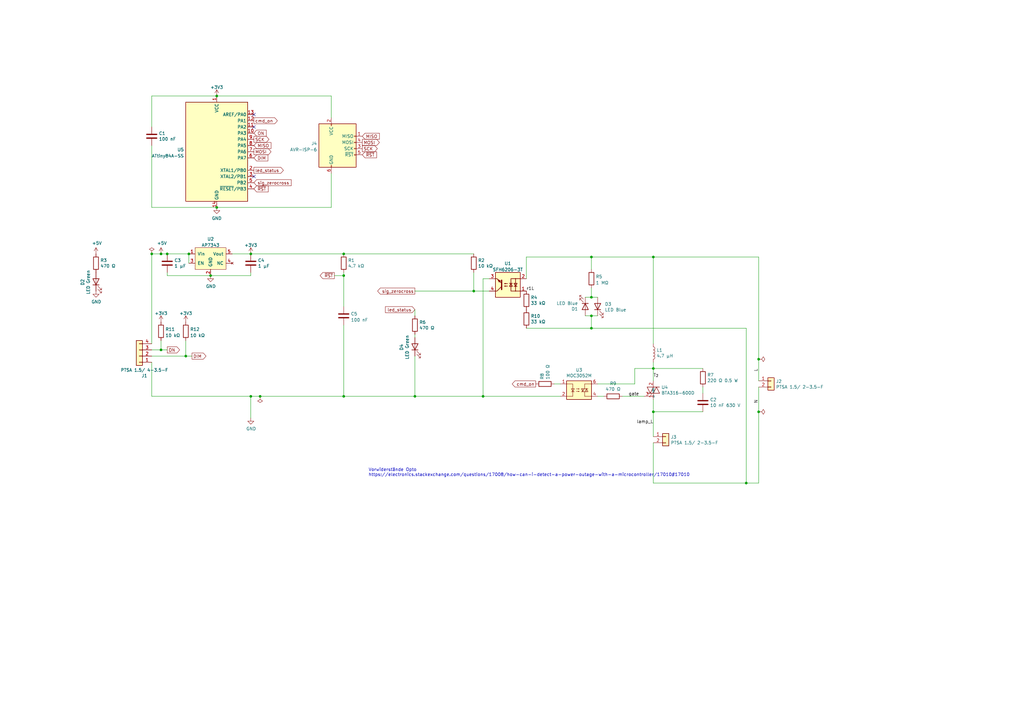
<source format=kicad_sch>
(kicad_sch (version 20230121) (generator eeschema)
  (paper "A3")
  (lib_symbols
    (symbol "Connector:AVR-ISP-6" (pin_names (offset 1.016))
      (property "Reference" "J" (at -6.35 11.43 0))
      (property "Value" "AVR-ISP-6" (at 0 11.43 0))
      (symbol "AVR-ISP-6_0_1"
        (rectangle (start -2.667 -6.858) (end -2.413 -7.62))
        (rectangle (start -2.667 10.16) (end -2.413 9.398))
        (rectangle (start 7.62 -2.413) (end 6.858 -2.667))
        (rectangle (start 7.62 0.127) (end 6.858 -0.127))
        (rectangle (start 7.62 2.667) (end 6.858 2.413))
        (rectangle (start 7.62 5.207) (end 6.858 4.953))
        (rectangle (start 7.62 10.16) (end -7.62 -7.62) (stroke (width 0.254)) (fill (type background)))
      )
      (symbol "AVR-ISP-6_1_1"
        (pin passive line (at 10.16 5.08 180) (length 2.54) (name "MISO") (number "1"))
        (pin passive line (at -2.54 12.7 270) (length 2.54) (name "VCC") (number "2"))
        (pin passive line (at 10.16 0 180) (length 2.54) (name "SCK") (number "3"))
        (pin passive line (at 10.16 2.54 180) (length 2.54) (name "MOSI") (number "4"))
        (pin passive line (at 10.16 -2.54 180) (length 2.54) (name "~{RST}") (number "5"))
        (pin passive line (at -2.54 -10.16 90) (length 2.54) (name "GND") (number "6"))
      )
    )
    (symbol "Connector_Generic:Conn_01x02" (pin_names (offset 1.016) hide)
      (property "Reference" "J" (at 0 2.54 0))
      (property "Value" "Conn_01x02" (at 0 -5.08 0))
      (symbol "Conn_01x02_1_1"
        (rectangle (start -1.27 -2.413) (end 0 -2.667) (stroke (width 0.1524)))
        (rectangle (start -1.27 0.127) (end 0 -0.127) (stroke (width 0.1524)))
        (rectangle (start -1.27 1.27) (end 1.27 -3.81) (stroke (width 0.254)) (fill (type background)))
        (pin passive line (at -5.08 0 0) (length 3.81) (name "Pin_1") (number "1"))
        (pin passive line (at -5.08 -2.54 0) (length 3.81) (name "Pin_2") (number "2"))
      )
    )
    (symbol "Connector_Generic:Conn_01x04" (pin_names (offset 1.016) hide)
      (property "Reference" "J" (at 0 5.08 0))
      (property "Value" "Conn_01x04" (at 0 -7.62 0))
      (symbol "Conn_01x04_1_1"
        (rectangle (start -1.27 -4.953) (end 0 -5.207) (stroke (width 0.1524)))
        (rectangle (start -1.27 -2.413) (end 0 -2.667) (stroke (width 0.1524)))
        (rectangle (start -1.27 0.127) (end 0 -0.127) (stroke (width 0.1524)))
        (rectangle (start -1.27 2.667) (end 0 2.413) (stroke (width 0.1524)))
        (rectangle (start -1.27 3.81) (end 1.27 -6.35) (stroke (width 0.254)) (fill (type background)))
        (pin passive line (at -5.08 2.54 0) (length 3.81) (name "Pin_1") (number "1"))
        (pin passive line (at -5.08 0 0) (length 3.81) (name "Pin_2") (number "2"))
        (pin passive line (at -5.08 -2.54 0) (length 3.81) (name "Pin_3") (number "3"))
        (pin passive line (at -5.08 -5.08 0) (length 3.81) (name "Pin_4") (number "4"))
      )
    )
    (symbol "Device:C" (pin_numbers hide) (pin_names (offset 0.254))
      (property "Reference" "C" (at 0.635 2.54 0))
      (property "Value" "C" (at 0.635 -2.54 0))
      (symbol "C_0_1"
        (polyline (pts (xy -2.032 -0.762) (xy 2.032 -0.762)) (stroke (width 0.508)))
        (polyline (pts (xy -2.032 0.762) (xy 2.032 0.762)) (stroke (width 0.508)))
      )
      (symbol "C_1_1"
        (pin passive line (at 0 3.81 270) (length 2.794) (name "~") (number "1"))
        (pin passive line (at 0 -3.81 90) (length 2.794) (name "~") (number "2"))
      )
    )
    (symbol "Device:L" (pin_numbers hide) (pin_names (offset 1.016) hide)
      (property "Reference" "L" (at -1.27 0 90))
      (property "Value" "L" (at 1.905 0 90))
      (symbol "L_0_1"
        (arc (start 0 -2.54) (mid 0.6323 -1.905) (end 0 -1.27))
        (arc (start 0 -1.27) (mid 0.6323 -0.635) (end 0 0))
        (arc (start 0 0) (mid 0.6323 0.635) (end 0 1.27))
        (arc (start 0 1.27) (mid 0.6323 1.905) (end 0 2.54))
      )
      (symbol "L_1_1"
        (pin passive line (at 0 3.81 270) (length 1.27) (name "1") (number "1"))
        (pin passive line (at 0 -3.81 90) (length 1.27) (name "2") (number "2"))
      )
    )
    (symbol "Device:LED" (pin_numbers hide) (pin_names (offset 1.016) hide)
      (property "Reference" "D" (at 0 2.54 0))
      (property "Value" "LED" (at 0 -2.54 0))
      (symbol "LED_0_1"
        (polyline (pts (xy -1.27 -1.27) (xy -1.27 1.27)) (stroke (width 0.254)))
        (polyline (pts (xy -1.27 0) (xy 1.27 0)))
        (polyline (pts (xy 1.27 -1.27) (xy 1.27 1.27) (xy -1.27 0) (xy 1.27 -1.27)) (stroke (width 0.254)))
        (polyline (pts (xy -3.048 -0.762) (xy -4.572 -2.286) (xy -3.81 -2.286) (xy -4.572 -2.286) (xy -4.572 -1.524)))
        (polyline (pts (xy -1.778 -0.762) (xy -3.302 -2.286) (xy -2.54 -2.286) (xy -3.302 -2.286) (xy -3.302 -1.524)))
      )
      (symbol "LED_1_1"
        (pin passive line (at -3.81 0 0) (length 2.54) (name "K") (number "1"))
        (pin passive line (at 3.81 0 180) (length 2.54) (name "A") (number "2"))
      )
    )
    (symbol "Device:R" (pin_numbers hide) (pin_names (offset 0))
      (property "Reference" "R" (at 2.032 0 90))
      (property "Value" "R" (at 0 0 90))
      (symbol "R_0_1"
        (rectangle (start -1.016 -2.54) (end 1.016 2.54) (stroke (width 0.254)))
      )
      (symbol "R_1_1"
        (pin passive line (at 0 3.81 270) (length 1.27) (name "~") (number "1"))
        (pin passive line (at 0 -3.81 90) (length 1.27) (name "~") (number "2"))
      )
    )
    (symbol "Geheimgang:AP7343" (pin_names (offset 1.016))
      (property "Reference" "U" (at -5.08 -7.62 0))
      (property "Value" "AP7343" (at -1.27 3.81 0))
      (symbol "AP7343_1_1"
        (rectangle (start 6.35 2.54) (end -6.35 -6.35) (fill (type background)))
        (pin power_in line (at -8.89 0 0) (length 2.54) (name "Vin") (number "1"))
        (pin power_in line (at 0 -8.89 90) (length 2.54) (name "GND") (number "2"))
        (pin input line (at -8.89 -3.81 0) (length 2.54) (name "EN") (number "3"))
        (pin no_connect line (at 8.89 -3.81 180) (length 2.54) (name "NC") (number "4"))
        (pin power_out line (at 8.89 0 180) (length 2.54) (name "Vout") (number "5"))
      )
    )
    (symbol "Geheimgang:BTA316-600D" (pin_names (offset 1.016))
      (property "Reference" "U" (at 3.81 -5.08 0))
      (property "Value" "BTA316-600D" (at 8.89 -2.54 0))
      (symbol "BTA316-600D_1_1"
        (polyline (pts (xy -2.54 -1.27) (xy 2.54 -1.27)) (stroke (width 0.2032)))
        (polyline (pts (xy -2.54 1.27) (xy 2.54 1.27)) (stroke (width 0.2032)))
        (polyline (pts (xy -1.27 -2.54) (xy -0.635 -1.27)))
        (polyline (pts (xy -2.54 1.27) (xy -1.27 -1.27) (xy 0 1.27)) (stroke (width 0.2032)))
        (polyline (pts (xy 0 -1.27) (xy 1.27 1.27) (xy 2.54 -1.27)) (stroke (width 0.2032)))
        (pin passive line (at 0 -3.81 90) (length 2.54) (name "A1") (number "1"))
        (pin passive line (at 0 3.81 270) (length 2.54) (name "A2") (number "2"))
        (pin input line (at -3.81 -2.54 0) (length 2.54) (name "G") (number "3"))
      )
    )
    (symbol "Isolator:SFH6206-3T" (pin_names (offset 1.016))
      (property "Reference" "U" (at -4.064 6.35 0))
      (property "Value" "SFH6206-3T" (at -5.334 -6.604 0))
      (symbol "SFH6206-3T_1_1"
        (rectangle (start -5.08 5.08) (end 5.08 -5.08) (stroke (width 0.254)) (fill (type background)))
        (circle (center -3.175 -2.54) (radius 0.127))
        (circle (center -3.175 2.54) (radius 0.127))
        (polyline (pts (xy -3.81 0.635) (xy -2.54 0.635)) (stroke (width 0.254)))
        (polyline (pts (xy -1.905 -0.635) (xy -0.635 -0.635)) (stroke (width 0.254)))
        (polyline (pts (xy 2.54 1.905) (xy 2.54 -1.905) (xy 2.54 -1.905)) (stroke (width 0.508)))
        (polyline (pts (xy 5.08 -2.54) (xy 4.445 -2.54) (xy 2.54 -0.635)) (stroke (width 0.254)))
        (polyline (pts (xy 5.08 2.54) (xy 4.445 2.54) (xy 2.54 0.635)) (stroke (width 0.254)))
        (polyline (pts (xy -5.08 2.54) (xy -3.175 2.54) (xy -3.175 -2.54) (xy -5.08 -2.54)) (stroke (width 0.254)))
        (polyline (pts (xy -3.175 -2.54) (xy -1.27 -2.54) (xy -1.27 2.54) (xy -3.175 2.54)) (stroke (width 0.254)))
        (polyline (pts (xy -3.175 0.635) (xy -3.81 -0.635) (xy -2.54 -0.635) (xy -3.175 0.635)) (stroke (width 0.254)))
        (polyline (pts (xy -1.27 -0.635) (xy -1.905 0.635) (xy -0.635 0.635) (xy -1.27 -0.635)) (stroke (width 0.254)))
        (polyline (pts (xy 0.127 -0.508) (xy 1.397 -0.508) (xy 1.016 -0.635) (xy 1.016 -0.381) (xy 1.397 -0.508)) (stroke (width 0.254)))
        (polyline (pts (xy 0.127 0.508) (xy 1.397 0.508) (xy 1.016 0.381) (xy 1.016 0.635) (xy 1.397 0.508)) (stroke (width 0.254)))
        (polyline (pts (xy 3.048 -1.651) (xy 3.556 -1.143) (xy 4.064 -2.159) (xy 3.048 -1.651) (xy 3.048 -1.651)) (stroke (width 0.254)) (fill (type outline)))
        (pin passive line (at -7.62 2.54 0) (length 2.54) (name "~") (number "1"))
        (pin passive line (at -7.62 -2.54 0) (length 2.54) (name "~") (number "2"))
        (pin passive line (at 7.62 -2.54 180) (length 2.54) (name "~") (number "3"))
        (pin passive line (at 7.62 2.54 180) (length 2.54) (name "~") (number "4"))
      )
    )
    (symbol "MCU_Microchip_ATtiny:ATtiny84A-SS"
      (property "Reference" "U" (at -12.7 21.59 0))
      (property "Value" "ATtiny84A-SS" (at 2.54 -21.59 0))
      (symbol "ATtiny84A-SS_0_1"
        (rectangle (start -12.7 -20.32) (end 12.7 20.32) (stroke (width 0.254)) (fill (type background)))
      )
      (symbol "ATtiny84A-SS_1_1"
        (pin power_in line (at 0 22.86 270) (length 2.54) (name "VCC") (number "1"))
        (pin bidirectional line (at 15.24 7.62 180) (length 2.54) (name "PA3") (number "10"))
        (pin bidirectional line (at 15.24 10.16 180) (length 2.54) (name "PA2") (number "11"))
        (pin bidirectional line (at 15.24 12.7 180) (length 2.54) (name "PA1") (number "12"))
        (pin bidirectional line (at 15.24 15.24 180) (length 2.54) (name "AREF/PA0") (number "13"))
        (pin power_in line (at 0 -22.86 90) (length 2.54) (name "GND") (number "14"))
        (pin bidirectional line (at 15.24 -7.62 180) (length 2.54) (name "XTAL1/PB0") (number "2"))
        (pin bidirectional line (at 15.24 -10.16 180) (length 2.54) (name "XTAL2/PB1") (number "3"))
        (pin bidirectional line (at 15.24 -15.24 180) (length 2.54) (name "~{RESET}/PB3") (number "4"))
        (pin bidirectional line (at 15.24 -12.7 180) (length 2.54) (name "PB2") (number "5"))
        (pin bidirectional line (at 15.24 -2.54 180) (length 2.54) (name "PA7") (number "6"))
        (pin bidirectional line (at 15.24 0 180) (length 2.54) (name "PA6") (number "7"))
        (pin bidirectional line (at 15.24 2.54 180) (length 2.54) (name "PA5") (number "8"))
        (pin bidirectional line (at 15.24 5.08 180) (length 2.54) (name "PA4") (number "9"))
      )
    )
    (symbol "Relay_SolidState:MOC3052M"
      (property "Reference" "U" (at -5.334 4.826 0))
      (property "Value" "MOC3052M" (at 0 5.08 0))
      (symbol "MOC3052M_0_1"
        (rectangle (start -5.08 3.81) (end 5.08 -3.81) (stroke (width 0.254)) (fill (type background)))
        (polyline (pts (xy -3.175 -0.635) (xy -1.905 -0.635)))
        (polyline (pts (xy 1.524 -0.635) (xy 1.524 0.635)))
        (polyline (pts (xy 3.048 0.635) (xy 3.048 -0.635)))
        (polyline (pts (xy 2.286 -0.635) (xy 2.286 -2.54) (xy 5.08 -2.54)))
        (polyline (pts (xy 2.286 0.635) (xy 2.286 2.54) (xy 5.08 2.54)))
        (polyline (pts (xy -5.08 2.54) (xy -2.54 2.54) (xy -2.54 -2.54) (xy -5.08 -2.54)))
        (polyline (pts (xy -2.54 -0.635) (xy -3.175 0.635) (xy -1.905 0.635) (xy -2.54 -0.635)))
        (polyline (pts (xy 0.889 -0.635) (xy 3.683 -0.635) (xy 3.048 0.635) (xy 2.413 -0.635)))
        (polyline (pts (xy 3.683 0.635) (xy 0.889 0.635) (xy 1.524 -0.635) (xy 2.159 0.635)))
        (polyline (pts (xy -1.143 -0.508) (xy 0.127 -0.508) (xy -0.254 -0.635) (xy -0.254 -0.381) (xy 0.127 -0.508)))
        (polyline (pts (xy -1.143 0.508) (xy 0.127 0.508) (xy -0.254 0.381) (xy -0.254 0.635) (xy 0.127 0.508)))
      )
      (symbol "MOC3052M_1_1"
        (pin passive line (at -7.62 2.54 0) (length 2.54) (name "~") (number "1"))
        (pin passive line (at -7.62 -2.54 0) (length 2.54) (name "~") (number "2"))
        (pin no_connect line (at -5.08 0 0) (length 2.54) hide (name "NC") (number "3"))
        (pin passive line (at 7.62 -2.54 180) (length 2.54) (name "~") (number "4"))
        (pin no_connect line (at 5.08 0 180) (length 2.54) hide (name "NC") (number "5"))
        (pin passive line (at 7.62 2.54 180) (length 2.54) (name "~") (number "6"))
      )
    )
    (symbol "power:+3V3" (power) (pin_names (offset 0))
      (property "Value" "+3V3" (at 0 3.556 0))
      (symbol "+3V3_0_1"
        (polyline (pts (xy -0.762 1.27) (xy 0 2.54)))
        (polyline (pts (xy 0 0) (xy 0 2.54)))
        (polyline (pts (xy 0 2.54) (xy 0.762 1.27)))
      )
      (symbol "+3V3_1_1"
        (pin power_in line (at 0 0 90) (length 0) hide (name "+3V3") (number "1"))
      )
    )
    (symbol "power:+5V" (power) (pin_names (offset 0))
      (property "Value" "+5V" (at 0 3.556 0))
      (symbol "+5V_0_1"
        (polyline (pts (xy -0.762 1.27) (xy 0 2.54)))
        (polyline (pts (xy 0 0) (xy 0 2.54)))
        (polyline (pts (xy 0 2.54) (xy 0.762 1.27)))
      )
      (symbol "+5V_1_1"
        (pin power_in line (at 0 0 90) (length 0) hide (name "+5V") (number "1"))
      )
    )
    (symbol "power:GND" (power) (pin_names (offset 0))
      (property "Value" "GND" (at 0 -3.81 0))
      (symbol "GND_0_1"
        (polyline (pts (xy 0 0) (xy 0 -1.27) (xy 1.27 -1.27) (xy 0 -2.54) (xy -1.27 -1.27) (xy 0 -1.27)))
      )
      (symbol "GND_1_1"
        (pin power_in line (at 0 0 270) (length 0) hide (name "GND") (number "1"))
      )
    )
    (symbol "power:PWR_FLAG" (power) (pin_numbers hide) (pin_names (offset 0) hide)
      (property "Value" "PWR_FLAG" (at 0 3.81 0))
      (symbol "PWR_FLAG_0_0"
        (pin power_out line (at 0 0 90) (length 0) (name "pwr") (number "1"))
      )
      (symbol "PWR_FLAG_0_1"
        (polyline (pts (xy 0 0) (xy 0 1.27) (xy -1.016 1.905) (xy 0 2.54) (xy 1.016 1.905) (xy 0 1.27)))
      )
    )
  )
  (junction (at 66.04 143.51))
  (junction (at 311.15 168.91))
  (junction (at 76.2 146.05))
  (junction (at 140.97 113.03))
  (junction (at 66.04 104.14))
  (junction (at 106.68 162.56))
  (junction (at 242.57 105.41))
  (junction (at 140.97 104.14))
  (junction (at 194.31 119.38))
  (junction (at 267.97 151.13))
  (junction (at 267.97 168.91))
  (junction (at 267.97 105.41))
  (junction (at 198.12 162.56))
  (junction (at 311.15 147.32))
  (junction (at 242.57 134.62))
  (junction (at 88.9 85.09))
  (junction (at 102.87 104.14))
  (junction (at 88.9 39.37))
  (junction (at 62.23 104.14))
  (junction (at 86.36 113.03))
  (junction (at 77.47 104.14))
  (junction (at 242.57 121.92))
  (junction (at 306.07 198.12))
  (junction (at 102.87 162.56))
  (junction (at 140.97 162.56))
  (junction (at 68.58 104.14))
  (junction (at 170.18 162.56))
  (junction (at 242.57 129.54))
  (no_connect (at 104.14 72.39))
  (no_connect (at 104.14 52.07))
  (no_connect (at 104.14 46.99))
  (wire (pts (xy 242.57 129.54) (xy 245.11 129.54)))
  (wire (pts (xy 62.23 39.37) (xy 88.9 39.37)))
  (wire (pts (xy 267.97 168.91) (xy 267.97 163.83)))
  (wire (pts (xy 102.87 162.56) (xy 106.68 162.56)))
  (wire (pts (xy 255.27 162.56) (xy 264.16 162.56)))
  (wire (pts (xy 194.31 111.76) (xy 194.31 119.38)))
  (wire (pts (xy 311.15 158.75) (xy 311.15 168.91)))
  (wire (pts (xy 311.15 198.12) (xy 306.07 198.12)))
  (wire (pts (xy 242.57 121.92) (xy 245.11 121.92)))
  (wire (pts (xy 227.33 157.48) (xy 229.87 157.48)))
  (wire (pts (xy 62.23 52.07) (xy 62.23 39.37)))
  (wire (pts (xy 198.12 162.56) (xy 229.87 162.56)))
  (wire (pts (xy 140.97 162.56) (xy 170.18 162.56)))
  (wire (pts (xy 62.23 104.14) (xy 62.23 140.97)))
  (wire (pts (xy 106.68 162.56) (xy 140.97 162.56)))
  (wire (pts (xy 288.29 158.75) (xy 288.29 161.29)))
  (wire (pts (xy 306.07 134.62) (xy 306.07 198.12)))
  (wire (pts (xy 135.89 39.37) (xy 135.89 48.26)))
  (wire (pts (xy 260.35 151.13) (xy 267.97 151.13)))
  (wire (pts (xy 76.2 146.05) (xy 78.74 146.05)))
  (wire (pts (xy 242.57 118.11) (xy 242.57 121.92)))
  (wire (pts (xy 215.9 105.41) (xy 215.9 114.3)))
  (wire (pts (xy 267.97 168.91) (xy 267.97 179.07)))
  (wire (pts (xy 68.58 113.03) (xy 68.58 111.76)))
  (wire (pts (xy 86.36 113.03) (xy 102.87 113.03)))
  (wire (pts (xy 62.23 85.09) (xy 88.9 85.09)))
  (wire (pts (xy 242.57 105.41) (xy 242.57 110.49)))
  (wire (pts (xy 68.58 104.14) (xy 77.47 104.14)))
  (wire (pts (xy 66.04 143.51) (xy 68.58 143.51)))
  (wire (pts (xy 267.97 140.97) (xy 267.97 105.41)))
  (wire (pts (xy 135.89 71.12) (xy 135.89 85.09)))
  (wire (pts (xy 102.87 113.03) (xy 102.87 111.76)))
  (wire (pts (xy 240.03 121.92) (xy 242.57 121.92)))
  (wire (pts (xy 311.15 105.41) (xy 311.15 147.32)))
  (wire (pts (xy 245.11 157.48) (xy 260.35 157.48)))
  (wire (pts (xy 170.18 119.38) (xy 194.31 119.38)))
  (wire (pts (xy 102.87 171.45) (xy 102.87 162.56)))
  (wire (pts (xy 76.2 139.7) (xy 76.2 146.05)))
  (wire (pts (xy 170.18 127) (xy 170.18 129.54)))
  (wire (pts (xy 267.97 156.21) (xy 267.97 151.13)))
  (wire (pts (xy 215.9 105.41) (xy 242.57 105.41)))
  (wire (pts (xy 200.66 119.38) (xy 194.31 119.38)))
  (wire (pts (xy 66.04 104.14) (xy 68.58 104.14)))
  (wire (pts (xy 215.9 134.62) (xy 242.57 134.62)))
  (wire (pts (xy 62.23 104.14) (xy 66.04 104.14)))
  (wire (pts (xy 311.15 147.32) (xy 311.15 156.21)))
  (wire (pts (xy 135.89 85.09) (xy 88.9 85.09)))
  (wire (pts (xy 260.35 157.48) (xy 260.35 151.13)))
  (wire (pts (xy 267.97 151.13) (xy 288.29 151.13)))
  (wire (pts (xy 288.29 168.91) (xy 267.97 168.91)))
  (wire (pts (xy 68.58 113.03) (xy 86.36 113.03)))
  (wire (pts (xy 311.15 168.91) (xy 311.15 198.12)))
  (wire (pts (xy 267.97 181.61) (xy 267.97 198.12)))
  (wire (pts (xy 62.23 148.59) (xy 62.23 162.56)))
  (wire (pts (xy 62.23 59.69) (xy 62.23 85.09)))
  (wire (pts (xy 200.66 114.3) (xy 198.12 114.3)))
  (wire (pts (xy 242.57 129.54) (xy 242.57 134.62)))
  (wire (pts (xy 267.97 198.12) (xy 306.07 198.12)))
  (wire (pts (xy 242.57 134.62) (xy 306.07 134.62)))
  (wire (pts (xy 66.04 139.7) (xy 66.04 143.51)))
  (wire (pts (xy 62.23 162.56) (xy 102.87 162.56)))
  (wire (pts (xy 88.9 39.37) (xy 135.89 39.37)))
  (wire (pts (xy 198.12 114.3) (xy 198.12 162.56)))
  (wire (pts (xy 140.97 113.03) (xy 140.97 125.73)))
  (wire (pts (xy 62.23 143.51) (xy 66.04 143.51)))
  (wire (pts (xy 95.25 104.14) (xy 102.87 104.14)))
  (wire (pts (xy 170.18 146.05) (xy 170.18 162.56)))
  (wire (pts (xy 140.97 104.14) (xy 194.31 104.14)))
  (wire (pts (xy 140.97 133.35) (xy 140.97 162.56)))
  (wire (pts (xy 245.11 162.56) (xy 247.65 162.56)))
  (wire (pts (xy 102.87 104.14) (xy 140.97 104.14)))
  (wire (pts (xy 267.97 148.59) (xy 267.97 151.13)))
  (wire (pts (xy 242.57 105.41) (xy 267.97 105.41)))
  (wire (pts (xy 62.23 146.05) (xy 76.2 146.05)))
  (wire (pts (xy 267.97 105.41) (xy 311.15 105.41)))
  (wire (pts (xy 170.18 162.56) (xy 198.12 162.56)))
  (wire (pts (xy 170.18 138.43) (xy 170.18 137.16)))
  (wire (pts (xy 137.16 113.03) (xy 140.97 113.03)))
  (wire (pts (xy 77.47 104.14) (xy 77.47 107.95)))
  (wire (pts (xy 140.97 111.76) (xy 140.97 113.03)))
  (wire (pts (xy 240.03 129.54) (xy 242.57 129.54)))
  (text "Vorwiderstände Opto\nhttps://electronics.stackexchange.com/questions/17008/how-can-i-detect-a-power-outage-with-a-microcontroller/17010#17010" (at 151.13 195.58 0) (effects (font (size 1.27 1.27)) (justify left bottom)))
  (label "N" (at 311.15 163.83 270))
  (label "T_{2}" (at 267.97 154.94 0))
  (label "L" (at 311.15 151.13 270))
  (label "lamp_L" (at 267.97 173.99 180))
  (label "gate" (at 257.81 162.56 0))
  (label "r1L" (at 215.9 119.38 0))
  (global_label "~{RST}" (shape input) (at 104.14 77.47 0) (property "Intersheetrefs" "${INTERSHEET_REFS}" (effects hide)))
  (global_label "MOSI" (shape output) (at 104.14 62.23 0) (property "Intersheetrefs" "${INTERSHEET_REFS}" (effects hide)))
  (global_label "sig_zerocross" (shape input) (at 104.14 74.93 0) (property "Intersheetrefs" "${INTERSHEET_REFS}" (effects hide)))
  (global_label "cmd_on" (shape output) (at 104.14 49.53 0) (property "Intersheetrefs" "${INTERSHEET_REFS}" (effects hide)))
  (global_label "sig_zerocross" (shape output) (at 170.18 119.38 180) (property "Intersheetrefs" "${INTERSHEET_REFS}" (effects hide)))
  (global_label "SCK" (shape output) (at 104.14 57.15 0) (property "Intersheetrefs" "${INTERSHEET_REFS}" (effects hide)))
  (global_label "MISO" (shape input) (at 104.14 59.69 0) (property "Intersheetrefs" "${INTERSHEET_REFS}" (effects hide)))
  (global_label "cmd_on" (shape output) (at 219.71 157.48 180) (property "Intersheetrefs" "${INTERSHEET_REFS}" (effects hide)))
  (global_label "MISO" (shape input) (at 148.59 55.88 0) (property "Intersheetrefs" "${INTERSHEET_REFS}" (effects hide)))
  (global_label "led_status" (shape input) (at 170.18 127 180) (property "Intersheetrefs" "${INTERSHEET_REFS}" (effects hide)))
  (global_label "SCK" (shape output) (at 148.59 60.96 0) (property "Intersheetrefs" "${INTERSHEET_REFS}" (effects hide)))
  (global_label "~{RST}" (shape input) (at 148.59 63.5 0) (property "Intersheetrefs" "${INTERSHEET_REFS}" (effects hide)))
  (global_label "~{RST}" (shape output) (at 137.16 113.03 180) (property "Intersheetrefs" "${INTERSHEET_REFS}" (effects hide)))
  (global_label "DIM" (shape input) (at 104.14 64.77 0) (property "Intersheetrefs" "${INTERSHEET_REFS}" (effects hide)))
  (global_label "DIM" (shape output) (at 78.74 146.05 0) (property "Intersheetrefs" "${INTERSHEET_REFS}" (effects hide)))
  (global_label "ON" (shape output) (at 68.58 143.51 0) (property "Intersheetrefs" "${INTERSHEET_REFS}" (effects hide)))
  (global_label "MOSI" (shape output) (at 148.59 58.42 0) (property "Intersheetrefs" "${INTERSHEET_REFS}" (effects hide)))
  (global_label "ON" (shape input) (at 104.14 54.61 0) (property "Intersheetrefs" "${INTERSHEET_REFS}" (effects hide)))
  (global_label "led_status" (shape output) (at 104.14 69.85 0) (property "Intersheetrefs" "${INTERSHEET_REFS}" (effects hide)))
  (symbol (lib_id "Device:C") (at 62.23 55.88 0) (unit 1)
    (property "Reference" "C1" (at 65.151 54.7116 0) (effects (justify left)))
    (property "Value" "100 nF" (at 65.151 57.023 0) (effects (justify left)))
    (property "Footprint" "Capacitor_SMD:C_0805_2012Metric_Pad1.18x1.45mm_HandSolder" (effects hide))
  )
  (symbol (lib_id "Device:R") (at 140.97 107.95 0) (unit 1)
    (property "Reference" "R1" (at 142.748 106.7816 0) (effects (justify left)))
    (property "Value" "4.7 kΩ" (at 142.748 109.093 0) (effects (justify left)))
    (property "Footprint" "Resistor_SMD:R_0805_2012Metric_Pad1.15x1.40mm_HandSolder" (effects hide))
  )
  (symbol (lib_id "Device:R") (at 194.31 107.95 0) (unit 1)
    (property "Reference" "R2" (at 196.088 106.7816 0) (effects (justify left)))
    (property "Value" "10 kΩ" (at 196.088 109.093 0) (effects (justify left)))
    (property "Footprint" "Resistor_SMD:R_0805_2012Metric_Pad1.20x1.40mm_HandSolder" (effects hide))
  )
  (symbol (lib_id "Device:LED") (at 170.18 142.24 90) (unit 1)
    (property "Reference" "D4" (at 164.6936 142.4178 0))
    (property "Value" "LED Green" (at 167.005 142.4178 0))
    (property "Footprint" "LED_SMD:LED_0805_2012Metric_Pad1.15x1.40mm_HandSolder" (effects hide))
  )
  (symbol (lib_id "Device:R") (at 170.18 133.35 0) (unit 1)
    (property "Reference" "R6" (at 171.958 132.1816 0) (effects (justify left)))
    (property "Value" "470 Ω" (at 171.958 134.493 0) (effects (justify left)))
    (property "Footprint" "Resistor_SMD:R_0805_2012Metric_Pad1.15x1.40mm_HandSolder" (effects hide))
  )
  (symbol (lib_id "Device:R") (at 223.52 157.48 90) (unit 1)
    (property "Reference" "R8" (at 222.3516 155.702 0) (effects (justify left)))
    (property "Value" "100 Ω" (at 224.663 155.702 0) (effects (justify left)))
    (property "Footprint" "Resistor_SMD:R_0805_2012Metric_Pad1.15x1.40mm_HandSolder" (effects hide))
  )
  (symbol (lib_id "Relay_SolidState:MOC3052M") (at 237.49 160.02 0) (unit 1)
    (property "Reference" "U3" (at 237.49 151.765 0))
    (property "Value" "MOC3052M" (at 237.49 154.0764 0))
    (property "Footprint" "Package_DIP:SMDIP-6_W9.53mm" (effects hide))
    (property "Datasheet" "http://www.fairchildsemi.com/ds/MO/MOC3052M.pdf" (effects hide))
    (property "MfrNr" "MOC3052SR2VM" (effects hide))
  )
  (symbol (lib_id "Device:R") (at 251.46 162.56 270) (unit 1)
    (property "Reference" "R9" (at 251.46 157.3022 90))
    (property "Value" "470 Ω" (at 251.46 159.6136 90))
    (property "Footprint" "Resistor_SMD:R_0805_2012Metric_Pad1.15x1.40mm_HandSolder" (effects hide))
  )
  (symbol (lib_id "Device:L") (at 267.97 144.78 0) (unit 1)
    (property "Reference" "L1" (at 269.2908 143.6116 0) (effects (justify left)))
    (property "Value" "4.7 µH" (at 269.2908 145.923 0) (effects (justify left)))
    (property "Footprint" "Footprints:4RCC-4R7M-F18.4mm" (effects hide))
    (property "Datasheet" "https://cdn-reichelt.de/documents/datenblatt/B400/L-4RCC.pdf" (effects hide))
    (property "MfrNr" "4RCC-4R7M-00" (effects hide))
    (property "Reichelt" "L-4RCC 4,7µ" (effects hide))
  )
  (symbol (lib_id "Device:R") (at 288.29 154.94 0) (unit 1)
    (property "Reference" "R7" (at 290.068 153.7716 0) (effects (justify left)))
    (property "Value" "220 Ω 0.5 W" (at 290.068 156.083 0) (effects (justify left)))
    (property "Footprint" "Resistor_SMD:R_0805_2012Metric_Pad1.15x1.40mm_HandSolder" (effects hide))
    (property "Datasheet" "https://www.mouser.ch/datasheet/2/315/AOA0000C331-1141874.pdf" (effects hide))
    (property "MfrNr" "ERJ-P06J202V " (effects hide))
  )
  (symbol (lib_id "Device:C") (at 288.29 165.1 0) (unit 1)
    (property "Reference" "C2" (at 291.211 163.9316 0) (effects (justify left)))
    (property "Value" "10 nF 630 V" (at 291.211 166.243 0) (effects (justify left)))
    (property "Footprint" "Capacitor_THT:C_Rect_L7.2mm_W8.5mm_P5.00mm_FKP2_FKP2_MKS2_MKP2" (effects hide))
    (property "Reichelt" "Film Cap, WIMA FKP2-630 10N" (effects hide))
  )
  (symbol (lib_id "Connector_Generic:Conn_01x02") (at 273.05 179.07 0) (unit 1)
    (property "Reference" "J3" (at 275.082 179.2732 0) (effects (justify left)))
    (property "Value" "PTSA 1.5/ 2-3.5-F" (at 275.082 181.5846 0) (effects (justify left)))
    (property "Footprint" "Footprints:Phoenix_PTSA-1,5_1x2_P3.5mm" (effects hide))
  )
  (symbol (lib_id "Connector_Generic:Conn_01x02") (at 316.23 156.21 0) (unit 1)
    (property "Reference" "J2" (at 318.262 156.4132 0) (effects (justify left)))
    (property "Value" "PTSA 1.5/ 2-3.5-F" (at 318.262 158.7246 0) (effects (justify left)))
    (property "Footprint" "Footprints:Phoenix_PTSA-1,5_1x2_P3.5mm" (effects hide))
  )
  (symbol (lib_id "Connector_Generic:Conn_01x04") (at 57.15 146.05 180) (unit 1)
    (property "Reference" "J1" (at 59.2328 154.1018 0))
    (property "Value" "PTSA 1.5/ 4-3.5-F" (at 59.2328 151.7904 0))
    (property "Footprint" "Footprints:Phoenix_PTSA-1,5_1x4_P3.5mm" (effects hide))
  )
  (symbol (lib_id "Device:R") (at 39.37 107.95 0) (unit 1)
    (property "Reference" "R3" (at 41.148 106.7816 0) (effects (justify left)))
    (property "Value" "470 Ω" (at 41.148 109.093 0) (effects (justify left)))
    (property "Footprint" "Resistor_SMD:R_0805_2012Metric_Pad1.15x1.40mm_HandSolder" (effects hide))
  )
  (symbol (lib_id "Device:LED") (at 39.37 115.57 90) (unit 1)
    (property "Reference" "D2" (at 33.8836 115.7478 0))
    (property "Value" "LED Green" (at 36.195 115.7478 0))
    (property "Footprint" "LED_SMD:LED_0805_2012Metric_Pad1.15x1.40mm_HandSolder" (effects hide))
  )
  (symbol (lib_id "Geheimgang:BTA316-600D") (at 267.97 160.02 0) (unit 1)
    (property "Reference" "U4" (at 271.2466 158.8516 0) (effects (justify left)))
    (property "Value" "BTA316-600D" (at 271.2466 161.163 0) (effects (justify left)))
    (property "Footprint" "Package_TO_SOT_THT:TO-220-3_Horizontal_TabDown" (effects hide))
  )
  (symbol (lib_id "Device:C") (at 68.58 107.95 0) (unit 1)
    (property "Reference" "C3" (at 71.501 106.7816 0) (effects (justify left)))
    (property "Value" "1 µF" (at 71.501 109.093 0) (effects (justify left)))
    (property "Footprint" "Capacitor_SMD:C_0805_2012Metric_Pad1.15x1.40mm_HandSolder" (effects hide))
  )
  (symbol (lib_id "Device:C") (at 102.87 107.95 0) (unit 1)
    (property "Reference" "C4" (at 105.791 106.7816 0) (effects (justify left)))
    (property "Value" "1 µF" (at 105.791 109.093 0) (effects (justify left)))
    (property "Footprint" "Capacitor_SMD:C_0805_2012Metric_Pad1.15x1.40mm_HandSolder" (effects hide))
  )
  (symbol (lib_id "power:GND") (at 102.87 171.45 0) (unit 1)
    (property "Reference" "#PWR0103" (effects hide))
    (property "Value" "GND" (at 102.997 175.8442 0))
  )
  (symbol (lib_id "power:+5V") (at 66.04 104.14 0) (unit 1)
    (property "Reference" "#PWR0104" (effects hide))
    (property "Value" "+5V" (at 66.421 99.7458 0))
  )
  (symbol (lib_id "power:GND") (at 88.9 85.09 0) (unit 1)
    (property "Reference" "#PWR0107" (effects hide))
    (property "Value" "GND" (at 88.9 89.5334 0))
  )
  (symbol (lib_id "power:PWR_FLAG") (at 311.15 147.32 270) (unit 1)
    (property "Reference" "#FLG0104" (effects hide))
    (property "Value" "PWR_FLAG" (effects hide))
  )
  (symbol (lib_id "power:PWR_FLAG") (at 311.15 168.91 270) (unit 1)
    (property "Reference" "#FLG0103" (effects hide))
    (property "Value" "PWR_FLAG" (effects hide))
  )
  (symbol (lib_id "power:+3V3") (at 76.2 132.08 0) (unit 1)
    (property "Reference" "#PWR0111" (effects hide))
    (property "Value" "+3V3" (at 76.2 128.5042 0))
  )
  (symbol (lib_id "power:+3V3") (at 88.9 39.37 0) (unit 1)
    (property "Reference" "#PWR0110" (effects hide))
    (property "Value" "+3V3" (at 88.9 35.7942 0))
  )
  (symbol (lib_id "power:+3V3") (at 66.04 132.08 0) (unit 1)
    (property "Reference" "#PWR0112" (effects hide))
    (property "Value" "+3V3" (at 66.04 128.5042 0))
  )
  (symbol (lib_id "Device:LED") (at 245.11 125.73 90) (unit 1)
    (property "Reference" "D3" (at 248.0818 124.7394 90) (effects (justify right)))
    (property "Value" "LED Blue" (at 248.0818 127.0508 90) (effects (justify right)))
    (property "Footprint" "LED_SMD:LED_0805_2012Metric_Pad1.15x1.40mm_HandSolder" (effects hide))
  )
  (symbol (lib_id "power:GND") (at 86.36 113.03 0) (unit 1)
    (property "Reference" "#PWR0109" (effects hide))
    (property "Value" "GND" (at 86.487 117.4242 0))
  )
  (symbol (lib_id "Device:R") (at 215.9 130.81 0) (unit 1)
    (property "Reference" "R10" (at 217.678 129.6416 0) (effects (justify left)))
    (property "Value" "33 kΩ" (at 217.678 131.953 0) (effects (justify left)))
    (property "Footprint" "Resistor_SMD:R_2010_5025Metric_Pad1.40x2.65mm_HandSolder" (effects hide))
    (property "MfrNr" "CRGP2010F33K " (effects hide))
  )
  (symbol (lib_id "Device:R") (at 76.2 135.89 0) (unit 1)
    (property "Reference" "R12" (at 77.978 135.0553 0) (effects (justify left)))
    (property "Value" "10 kΩ" (at 77.978 137.5922 0) (effects (justify left)))
    (property "Footprint" "Resistor_SMD:R_0805_2012Metric_Pad1.20x1.40mm_HandSolder" (effects hide))
  )
  (symbol (lib_id "power:PWR_FLAG") (at 62.23 104.14 0) (unit 1)
    (property "Reference" "#FLG0102" (effects hide))
    (property "Value" "PWR_FLAG" (effects hide))
  )
  (symbol (lib_id "MCU_Microchip_ATtiny:ATtiny84A-SS") (at 88.9 62.23 0) (unit 1)
    (property "Reference" "U5" (at 75.438 61.3953 0) (effects (justify right)))
    (property "Value" "ATtiny84A-SS" (at 75.438 63.9322 0) (effects (justify right)))
    (property "Footprint" "Package_SO:SOIC-14_3.9x8.7mm_P1.27mm" (effects hide))
    (property "Datasheet" "http://ww1.microchip.com/downloads/en/DeviceDoc/doc8183.pdf" (effects hide))
  )
  (symbol (lib_id "Device:R") (at 66.04 135.89 0) (unit 1)
    (property "Reference" "R11" (at 67.818 135.0553 0) (effects (justify left)))
    (property "Value" "10 kΩ" (at 67.818 137.5922 0) (effects (justify left)))
    (property "Footprint" "Resistor_SMD:R_0805_2012Metric_Pad1.20x1.40mm_HandSolder" (effects hide))
  )
  (symbol (lib_id "power:+3V3") (at 102.87 104.14 0) (unit 1)
    (property "Reference" "#PWR0108" (effects hide))
    (property "Value" "+3V3" (at 102.87 100.5642 0))
  )
  (symbol (lib_id "Device:R") (at 242.57 114.3 0) (unit 1)
    (property "Reference" "R5" (at 244.348 113.4653 0) (effects (justify left)))
    (property "Value" "1 MΩ" (at 244.348 116.0022 0) (effects (justify left)))
    (property "Footprint" "Resistor_SMD:R_0805_2012Metric_Pad1.20x1.40mm_HandSolder" (effects hide))
  )
  (symbol (lib_id "Device:R") (at 215.9 123.19 0) (unit 1)
    (property "Reference" "R4" (at 217.678 122.0216 0) (effects (justify left)))
    (property "Value" "33 kΩ" (at 217.678 124.333 0) (effects (justify left)))
    (property "Footprint" "Resistor_SMD:R_2010_5025Metric_Pad1.40x2.65mm_HandSolder" (effects hide))
    (property "MfrNr" "CRGP2010F33K " (effects hide))
  )
  (symbol (lib_id "power:GND") (at 39.37 119.38 0) (unit 1)
    (property "Reference" "#PWR0101" (effects hide))
    (property "Value" "GND" (at 39.497 123.7742 0))
  )
  (symbol (lib_id "Device:LED") (at 240.03 125.73 270) (unit 1)
    (property "Reference" "D1" (at 237.0582 126.7206 90) (effects (justify right)))
    (property "Value" "LED Blue" (at 237.0582 124.4092 90) (effects (justify right)))
    (property "Footprint" "LED_SMD:LED_0805_2012Metric_Pad1.15x1.40mm_HandSolder" (effects hide))
  )
  (symbol (lib_id "Device:C") (at 140.97 129.54 0) (unit 1)
    (property "Reference" "C5" (at 143.891 128.7053 0) (effects (justify left)))
    (property "Value" "100 nF" (at 143.891 131.2422 0) (effects (justify left)))
    (property "Footprint" "Capacitor_SMD:C_0805_2012Metric_Pad1.18x1.45mm_HandSolder" (effects hide))
  )
  (symbol (lib_id "Connector:AVR-ISP-6") (at 138.43 60.96 0) (unit 1)
    (property "Reference" "J4" (at 130.0481 58.8553 0) (effects (justify right)))
    (property "Value" "AVR-ISP-6" (at 130.0481 61.3922 0) (effects (justify right)))
    (property "Footprint" "Connector_PinHeader_2.54mm:PinHeader_2x03_P2.54mm_Vertical" (effects hide))
    (property "Datasheet" " ~" (effects hide))
  )
  (symbol (lib_id "power:+5V") (at 39.37 104.14 0) (unit 1)
    (property "Reference" "#PWR0102" (effects hide))
    (property "Value" "+5V" (at 39.751 99.7458 0))
  )
  (symbol (lib_id "Isolator:SFH6206-3T") (at 208.28 116.84 180) (unit 1)
    (property "Reference" "U1" (at 208.28 108.0602 0))
    (property "Value" "SFH6206-3T" (at 208.28 110.5971 0))
    (property "Footprint" "Package_DIP:SMDIP-4_W9.53mm_Clearance8mm" (effects hide))
    (property "Datasheet" "http://www.vishay.com/docs/83675/sfh620a.pdf" (effects hide))
  )
  (symbol (lib_id "Geheimgang:AP7343") (at 86.36 104.14 0) (unit 1)
    (property "Reference" "U2" (at 86.36 98.0272 0))
    (property "Value" "AP7343" (at 86.36 100.5641 0))
    (property "Footprint" "Footprints:SOT25" (effects hide))
  )
  (symbol (lib_id "power:PWR_FLAG") (at 106.68 162.56 180) (unit 1)
    (property "Reference" "#FLG0101" (effects hide))
    (property "Value" "PWR_FLAG" (effects hide))
  )
)
</source>
